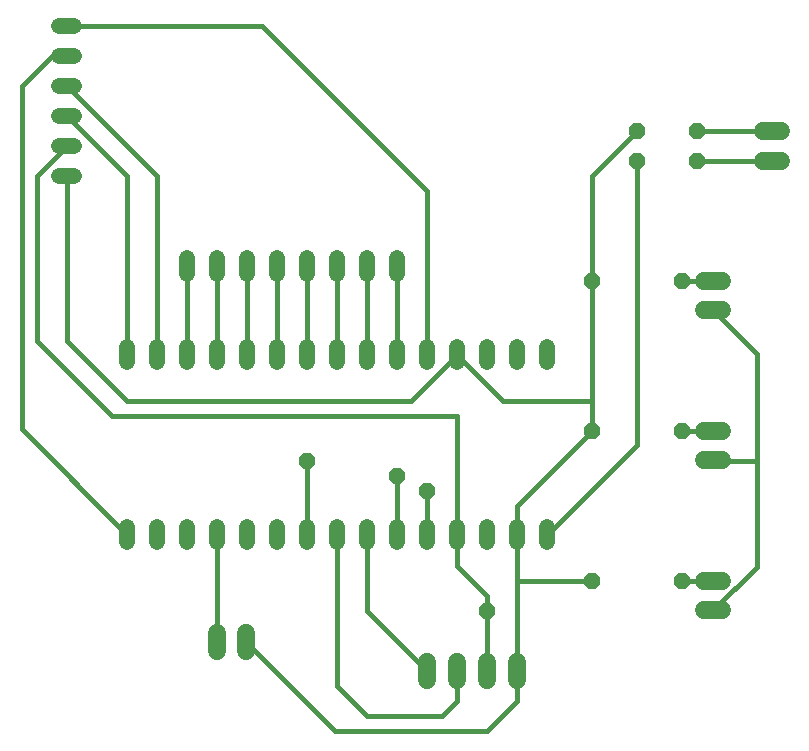
<source format=gbr>
G04 EAGLE Gerber RS-274X export*
G75*
%MOMM*%
%FSLAX34Y34*%
%LPD*%
%INBottom Copper*%
%IPPOS*%
%AMOC8*
5,1,8,0,0,1.08239X$1,22.5*%
G01*
%ADD10C,1.320800*%
%ADD11C,1.524000*%
%ADD12P,1.429621X8X202.500000*%
%ADD13C,1.508000*%
%ADD14P,1.429621X8X22.500000*%
%ADD15C,0.406400*%
%ADD16P,1.461226X8X22.500000*%


D10*
X457300Y299704D02*
X457300Y286496D01*
X431900Y286496D02*
X431900Y299704D01*
X406500Y299704D02*
X406500Y286496D01*
X381100Y286496D02*
X381100Y299704D01*
X355700Y299704D02*
X355700Y286496D01*
X330300Y286496D02*
X330300Y299704D01*
X304900Y299704D02*
X304900Y286496D01*
X279500Y286496D02*
X279500Y299704D01*
X254100Y299704D02*
X254100Y286496D01*
X228700Y286496D02*
X228700Y299704D01*
X203300Y299704D02*
X203300Y286496D01*
X177900Y286496D02*
X177900Y299704D01*
X152500Y299704D02*
X152500Y286496D01*
X127100Y286496D02*
X127100Y299704D01*
X101700Y299704D02*
X101700Y286496D01*
X101700Y147304D02*
X101700Y134096D01*
X127100Y134096D02*
X127100Y147304D01*
X152500Y147304D02*
X152500Y134096D01*
X177900Y134096D02*
X177900Y147304D01*
X203300Y147304D02*
X203300Y134096D01*
X228700Y134096D02*
X228700Y147304D01*
X254100Y147304D02*
X254100Y134096D01*
X279500Y134096D02*
X279500Y147304D01*
X304900Y147304D02*
X304900Y134096D01*
X330300Y134096D02*
X330300Y147304D01*
X355700Y147304D02*
X355700Y134096D01*
X381100Y134096D02*
X381100Y147304D01*
X406500Y147304D02*
X406500Y134096D01*
X431900Y134096D02*
X431900Y147304D01*
X457300Y147304D02*
X457300Y134096D01*
D11*
X590280Y101400D02*
X605520Y101400D01*
X605520Y76400D02*
X590280Y76400D01*
D12*
X571500Y101600D03*
X495300Y101600D03*
D11*
X590280Y228400D02*
X605520Y228400D01*
X605520Y203400D02*
X590280Y203400D01*
D12*
X571500Y228600D03*
X495300Y228600D03*
D11*
X590280Y355400D02*
X605520Y355400D01*
X605520Y330400D02*
X590280Y330400D01*
D12*
X571500Y355600D03*
X495300Y355600D03*
D10*
X152400Y361696D02*
X152400Y374904D01*
X177800Y374904D02*
X177800Y361696D01*
X203200Y361696D02*
X203200Y374904D01*
X228600Y374904D02*
X228600Y361696D01*
X254000Y361696D02*
X254000Y374904D01*
X279400Y374904D02*
X279400Y361696D01*
X304800Y361696D02*
X304800Y374904D01*
X330200Y374904D02*
X330200Y361696D01*
D13*
X640160Y457200D02*
X655240Y457200D01*
X655240Y482600D02*
X640160Y482600D01*
D10*
X57404Y571500D02*
X44196Y571500D01*
X44196Y546100D02*
X57404Y546100D01*
X57404Y520700D02*
X44196Y520700D01*
X44196Y495300D02*
X57404Y495300D01*
X57404Y469900D02*
X44196Y469900D01*
X44196Y444500D02*
X57404Y444500D01*
D11*
X431800Y33020D02*
X431800Y17780D01*
X406400Y17780D02*
X406400Y33020D01*
X381000Y33020D02*
X381000Y17780D01*
X355600Y17780D02*
X355600Y33020D01*
D14*
X584200Y457200D03*
X533400Y457200D03*
D12*
X533400Y482600D03*
X584200Y482600D03*
D11*
X203000Y57420D02*
X203000Y42180D01*
X178000Y42180D02*
X178000Y57420D01*
D15*
X597900Y330400D02*
X635000Y293300D01*
X635000Y113500D02*
X597900Y76400D01*
X635000Y203200D02*
X635000Y293300D01*
X635000Y203200D02*
X635000Y113500D01*
X598100Y203200D02*
X597900Y203400D01*
X598100Y203200D02*
X635000Y203200D01*
X50800Y469900D02*
X25400Y444500D01*
X25400Y304800D01*
X88900Y241300D01*
X381000Y241300D01*
X381100Y241200D01*
X381100Y140700D01*
X381100Y114200D01*
X406400Y88900D01*
X406400Y76200D01*
X406400Y25400D01*
D16*
X406400Y76200D03*
D15*
X431900Y101600D02*
X431900Y140700D01*
X431900Y101600D02*
X431900Y25500D01*
X431800Y25400D01*
X278200Y-25400D02*
X203000Y49800D01*
X278200Y-25400D02*
X406400Y-25400D01*
X431900Y100D01*
X431900Y25500D01*
X431900Y101600D02*
X495300Y101600D01*
X495300Y444500D02*
X533400Y482600D01*
X495300Y444500D02*
X495300Y355600D01*
X495300Y254000D01*
X495300Y228600D01*
X431900Y165200D01*
X431900Y140700D01*
X420200Y254000D02*
X381100Y293100D01*
X420200Y254000D02*
X495300Y254000D01*
X381100Y293100D02*
X342000Y254000D01*
X101600Y254000D01*
X50800Y304800D01*
X50800Y444500D01*
X101700Y444400D02*
X101700Y293100D01*
X101700Y444400D02*
X50800Y495300D01*
X127100Y444400D02*
X127100Y293100D01*
X127100Y444400D02*
X50800Y520700D01*
X177800Y368300D02*
X177800Y293200D01*
X177900Y293100D01*
X203200Y293200D02*
X203200Y368300D01*
X203200Y293200D02*
X203300Y293100D01*
X228600Y293200D02*
X228600Y368300D01*
X228600Y293200D02*
X228700Y293100D01*
X152400Y293200D02*
X152400Y368300D01*
X152400Y293200D02*
X152500Y293100D01*
X457300Y140700D02*
X533400Y216800D01*
X533400Y457200D01*
X571500Y101600D02*
X597700Y101600D01*
X597900Y101400D01*
D16*
X355600Y177800D03*
D15*
X355600Y140800D01*
X355700Y140700D01*
X571500Y228600D02*
X597700Y228600D01*
X597900Y228400D01*
D16*
X330200Y190500D03*
D15*
X330200Y140800D01*
X330300Y140700D01*
X571500Y355600D02*
X597700Y355600D01*
X597900Y355400D01*
D16*
X254000Y203200D03*
D15*
X254000Y140800D01*
X254100Y140700D01*
X381000Y25400D02*
X381000Y0D01*
X368300Y-12700D01*
X304800Y-12700D01*
X279400Y12700D01*
X279400Y140600D01*
X279500Y140700D01*
X304900Y76100D02*
X355600Y25400D01*
X304900Y76100D02*
X304900Y140700D01*
X584200Y482600D02*
X647700Y482600D01*
X647700Y457200D02*
X584200Y457200D01*
X215900Y571500D02*
X50800Y571500D01*
X355700Y431700D02*
X355700Y293100D01*
X355700Y431700D02*
X215900Y571500D01*
X50800Y546100D02*
X38100Y546100D01*
X12700Y520700D01*
X12700Y229700D01*
X101700Y140700D01*
X254100Y293100D02*
X254100Y368200D01*
X254000Y368300D01*
X279400Y368300D02*
X279400Y292100D01*
X279500Y292200D01*
X279500Y293100D01*
X304800Y293200D02*
X304900Y293100D01*
X304800Y293200D02*
X304800Y368300D01*
X330200Y368300D02*
X330200Y293000D01*
X330200Y292100D01*
X330200Y293000D02*
X330300Y293100D01*
X177900Y140700D02*
X177900Y49900D01*
X178000Y49800D01*
M02*

</source>
